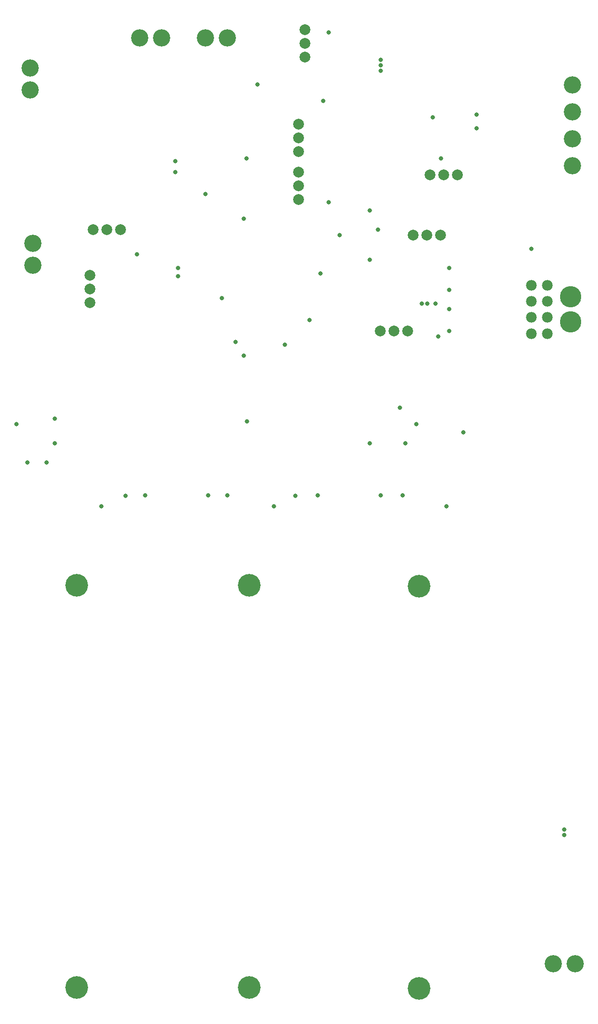
<source format=gbs>
G04*
G04 #@! TF.GenerationSoftware,Altium Limited,Altium Designer,23.3.1 (30)*
G04*
G04 Layer_Color=16711935*
%FSLAX25Y25*%
%MOIN*%
G70*
G04*
G04 #@! TF.SameCoordinates,B9ADD834-6C2E-4723-A052-446894AFEB0A*
G04*
G04*
G04 #@! TF.FilePolarity,Negative*
G04*
G01*
G75*
%ADD66C,0.07887*%
%ADD67C,0.07800*%
%ADD68C,0.15600*%
%ADD69C,0.12611*%
%ADD70C,0.16548*%
%ADD71C,0.03300*%
D66*
X73500Y536500D02*
D03*
Y526500D02*
D03*
Y516500D02*
D03*
X226000Y647000D02*
D03*
Y637000D02*
D03*
Y627000D02*
D03*
Y612000D02*
D03*
Y602000D02*
D03*
Y592000D02*
D03*
X285740Y496000D02*
D03*
X295740D02*
D03*
X305740D02*
D03*
X309740Y566000D02*
D03*
X319740D02*
D03*
X329740D02*
D03*
X96000Y570000D02*
D03*
X86000D02*
D03*
X76000D02*
D03*
X322000Y610000D02*
D03*
X332000D02*
D03*
X342000D02*
D03*
X230484Y716000D02*
D03*
Y706000D02*
D03*
Y696000D02*
D03*
D67*
X395877Y494000D02*
D03*
Y505800D02*
D03*
X407677D02*
D03*
Y494000D02*
D03*
Y517600D02*
D03*
Y529400D02*
D03*
X395877D02*
D03*
Y517600D02*
D03*
D68*
X424677Y502500D02*
D03*
Y521000D02*
D03*
D69*
X30000Y688000D02*
D03*
Y672000D02*
D03*
X32000Y560000D02*
D03*
Y544000D02*
D03*
X110000Y710000D02*
D03*
X126000D02*
D03*
X174000D02*
D03*
X158000D02*
D03*
X428000Y34000D02*
D03*
X412000D02*
D03*
X426000Y616630D02*
D03*
Y675685D02*
D03*
Y656000D02*
D03*
Y636315D02*
D03*
D70*
X314000Y16000D02*
D03*
Y309701D02*
D03*
X190000Y16650D02*
D03*
Y310350D02*
D03*
X64000D02*
D03*
Y16650D02*
D03*
D71*
X278000Y414000D02*
D03*
X304000D02*
D03*
X48000D02*
D03*
X20000Y428000D02*
D03*
X242000Y538000D02*
D03*
X248000Y590000D02*
D03*
X234000Y504000D02*
D03*
X138000Y536000D02*
D03*
Y542000D02*
D03*
X108000Y552000D02*
D03*
X316000Y516000D02*
D03*
X278000Y584000D02*
D03*
X284000Y570000D02*
D03*
X278000Y548000D02*
D03*
X336000Y542000D02*
D03*
Y526000D02*
D03*
X320000Y516000D02*
D03*
X326000D02*
D03*
X396000Y556000D02*
D03*
X336000Y512000D02*
D03*
Y496000D02*
D03*
X256000Y566000D02*
D03*
X328000Y492000D02*
D03*
X170000Y520000D02*
D03*
X286000Y694000D02*
D03*
Y690000D02*
D03*
X136000Y612000D02*
D03*
Y620000D02*
D03*
X196000Y676000D02*
D03*
X244000Y664000D02*
D03*
X248000Y714000D02*
D03*
X286000Y686000D02*
D03*
X356000Y644000D02*
D03*
Y654000D02*
D03*
X324000Y652000D02*
D03*
X330000Y622000D02*
D03*
X188000D02*
D03*
X158000Y596000D02*
D03*
X186000Y578000D02*
D03*
X216000Y486000D02*
D03*
X180000Y488000D02*
D03*
X186000Y478000D02*
D03*
X48000Y432000D02*
D03*
X188188Y429812D02*
D03*
X346188Y421812D02*
D03*
X312000Y428000D02*
D03*
X300000Y440000D02*
D03*
X302000Y376000D02*
D03*
X286000D02*
D03*
X240000D02*
D03*
X223740Y375740D02*
D03*
X174000Y376000D02*
D03*
X160000D02*
D03*
X114000D02*
D03*
X99740Y375740D02*
D03*
X28000Y400000D02*
D03*
X42000D02*
D03*
X334000Y368000D02*
D03*
X208000D02*
D03*
X82000D02*
D03*
X420000Y132000D02*
D03*
Y128000D02*
D03*
M02*

</source>
